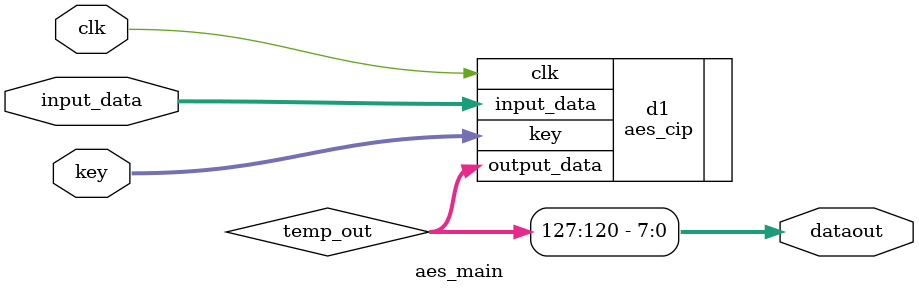
<source format=sv>

module aes_main(
    input logic clk,
    input logic [127:0] input_data,
    input logic [127:0] key,
    output logic [7:0] dataout
);

logic [127:0] temp_out;

aes_cip d1 (
    .clk(clk),
    .input_data(input_data),
    .key(key),
    .output_data(temp_out)
);

assign dataout = temp_out[127:120];

endmodule

</source>
